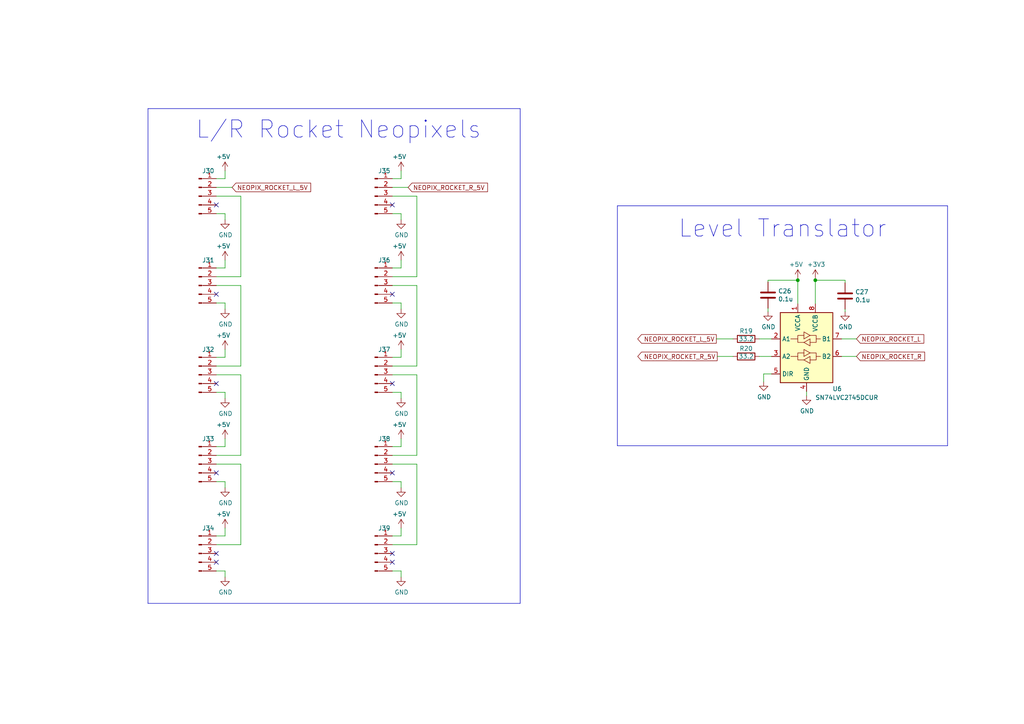
<source format=kicad_sch>
(kicad_sch (version 20230121) (generator eeschema)
  (paper "A4")
  (lib_symbols
    (symbol "Device:C" (pin_numbers hide) (pin_names (offset 0.254))
      (property "Reference" "C" (at 0.635 2.54 0))
      (property "Value" "C" (at 0.635 -2.54 0))
      (symbol "C_0_1"
        (polyline (pts (xy -2.032 -0.762) (xy 2.032 -0.762)) (stroke (width 0.508)))
        (polyline (pts (xy -2.032 0.762) (xy 2.032 0.762)) (stroke (width 0.508)))
      )
      (symbol "C_1_1"
        (pin passive line (at 0 3.81 270) (length 2.794) (name "~") (number "1"))
        (pin passive line (at 0 -3.81 90) (length 2.794) (name "~") (number "2"))
      )
    )
    (symbol "Device:R" (pin_numbers hide) (pin_names (offset 0))
      (property "Reference" "R" (at 2.032 0 90))
      (property "Value" "R" (at 0 0 90))
      (symbol "R_0_1"
        (rectangle (start -1.016 -2.54) (end 1.016 2.54) (stroke (width 0.254)))
      )
      (symbol "R_1_1"
        (pin passive line (at 0 3.81 270) (length 1.27) (name "~") (number "1"))
        (pin passive line (at 0 -3.81 90) (length 1.27) (name "~") (number "2"))
      )
    )
    (symbol "Logic_LevelTranslator:SN74LVC2T45DCUR"
      (property "Reference" "U" (at -6.35 11.43 0))
      (property "Value" "SN74LVC2T45DCUR" (at 3.81 11.43 0))
      (symbol "SN74LVC2T45DCUR_0_1"
        (rectangle (start -7.62 10.16) (end 7.62 -10.16) (stroke (width 0.254)) (fill (type background)))
        (polyline (pts (xy -2.54 2.54) (xy -2.54 3.556) (xy -0.762 3.556)))
        (polyline (pts (xy 2.794 2.54) (xy 2.794 1.524) (xy 1.016 1.524)))
        (polyline (pts (xy -0.762 1.524) (xy -2.54 1.524) (xy -2.54 2.54) (xy -4.572 2.54)))
        (polyline (pts (xy -0.762 2.54) (xy -0.762 4.572) (xy 1.016 3.556) (xy -0.762 2.54)))
        (polyline (pts (xy 1.016 3.556) (xy 2.794 3.556) (xy 2.794 2.54) (xy 4.064 2.54)))
        (polyline (pts (xy 1.016 2.54) (xy 1.016 0.762) (xy 1.016 0.508) (xy -0.762 1.524) (xy 1.016 2.54)))
      )
      (symbol "SN74LVC2T45DCUR_1_1"
        (polyline (pts (xy -2.54 -2.54) (xy -2.54 -1.524) (xy -0.762 -1.524)))
        (polyline (pts (xy 2.794 -2.54) (xy 2.794 -3.556) (xy 1.016 -3.556)))
        (polyline (pts (xy -0.762 -3.556) (xy -2.54 -3.556) (xy -2.54 -2.54) (xy -4.572 -2.54)))
        (polyline (pts (xy -0.762 -2.54) (xy -0.762 -0.508) (xy 1.016 -1.524) (xy -0.762 -2.54)))
        (polyline (pts (xy 1.016 -1.524) (xy 2.794 -1.524) (xy 2.794 -2.54) (xy 4.064 -2.54)))
        (polyline (pts (xy 1.016 -2.54) (xy 1.016 -4.318) (xy 1.016 -4.572) (xy -0.762 -3.556) (xy 1.016 -2.54)))
        (pin power_in line (at -2.54 12.7 270) (length 2.54) (name "VCCA") (number "1"))
        (pin bidirectional line (at -10.16 2.54 0) (length 2.54) (name "A1") (number "2"))
        (pin bidirectional line (at -10.16 -2.54 0) (length 2.54) (name "A2") (number "3"))
        (pin power_in line (at 0 -12.7 90) (length 2.54) (name "GND") (number "4"))
        (pin input line (at -10.16 -7.62 0) (length 2.54) (name "DIR") (number "5"))
        (pin bidirectional line (at 10.16 -2.54 180) (length 2.54) (name "B2") (number "6"))
        (pin bidirectional line (at 10.16 2.54 180) (length 2.54) (name "B1") (number "7"))
        (pin power_in line (at 2.54 12.7 270) (length 2.54) (name "VCCB") (number "8"))
      )
    )
    (symbol "SpaceCenter_MainBoard_KiCAD-rescue:+3.3V-power" (power) (pin_names (offset 0))
      (property "Value" "+3.3V-power" (at 0 3.556 0))
      (symbol "+3.3V-power_0_1"
        (polyline (pts (xy -0.762 1.27) (xy 0 2.54)))
        (polyline (pts (xy 0 0) (xy 0 2.54)))
        (polyline (pts (xy 0 2.54) (xy 0.762 1.27)))
      )
      (symbol "+3.3V-power_1_1"
        (pin power_in line (at 0 0 90) (length 0) hide (name "+3V3") (number "1"))
      )
    )
    (symbol "SpaceCenter_MainBoard_KiCAD-rescue:Conn_01x05_Male-Connector" (pin_names (offset 1.016) hide)
      (property "Reference" "J" (at 0 7.62 0))
      (property "Value" "Connector_Conn_01x05_Male" (at 0 -7.62 0))
      (symbol "Conn_01x05_Male-Connector_1_1"
        (polyline (pts (xy 1.27 -5.08) (xy 0.8636 -5.08)) (stroke (width 0.1524)))
        (polyline (pts (xy 1.27 -2.54) (xy 0.8636 -2.54)) (stroke (width 0.1524)))
        (polyline (pts (xy 1.27 0) (xy 0.8636 0)) (stroke (width 0.1524)))
        (polyline (pts (xy 1.27 2.54) (xy 0.8636 2.54)) (stroke (width 0.1524)))
        (polyline (pts (xy 1.27 5.08) (xy 0.8636 5.08)) (stroke (width 0.1524)))
        (rectangle (start 0.8636 -4.953) (end 0 -5.207) (stroke (width 0.1524)) (fill (type outline)))
        (rectangle (start 0.8636 -2.413) (end 0 -2.667) (stroke (width 0.1524)) (fill (type outline)))
        (rectangle (start 0.8636 0.127) (end 0 -0.127) (stroke (width 0.1524)) (fill (type outline)))
        (rectangle (start 0.8636 2.667) (end 0 2.413) (stroke (width 0.1524)) (fill (type outline)))
        (rectangle (start 0.8636 5.207) (end 0 4.953) (stroke (width 0.1524)) (fill (type outline)))
        (pin passive line (at 5.08 5.08 180) (length 3.81) (name "Pin_1") (number "1"))
        (pin passive line (at 5.08 2.54 180) (length 3.81) (name "Pin_2") (number "2"))
        (pin passive line (at 5.08 0 180) (length 3.81) (name "Pin_3") (number "3"))
        (pin passive line (at 5.08 -2.54 180) (length 3.81) (name "Pin_4") (number "4"))
        (pin passive line (at 5.08 -5.08 180) (length 3.81) (name "Pin_5") (number "5"))
      )
    )
    (symbol "power:+5V" (power) (pin_names (offset 0))
      (property "Value" "+5V" (at 0 3.556 0))
      (symbol "+5V_0_1"
        (polyline (pts (xy -0.762 1.27) (xy 0 2.54)))
        (polyline (pts (xy 0 0) (xy 0 2.54)))
        (polyline (pts (xy 0 2.54) (xy 0.762 1.27)))
      )
      (symbol "+5V_1_1"
        (pin power_in line (at 0 0 90) (length 0) hide (name "+5V") (number "1"))
      )
    )
    (symbol "power:GND" (power) (pin_names (offset 0))
      (property "Value" "GND" (at 0 -3.81 0))
      (symbol "GND_0_1"
        (polyline (pts (xy 0 0) (xy 0 -1.27) (xy 1.27 -1.27) (xy 0 -2.54) (xy -1.27 -1.27) (xy 0 -1.27)))
      )
      (symbol "GND_1_1"
        (pin power_in line (at 0 0 270) (length 0) hide (name "GND") (number "1"))
      )
    )
  )
  (junction (at 236.474 81.28))
  (junction (at 231.394 81.28))
  (no_connect (at 113.792 137.16))
  (no_connect (at 62.738 59.436))
  (no_connect (at 62.738 163.068))
  (no_connect (at 113.792 163.068))
  (no_connect (at 62.738 111.252))
  (no_connect (at 113.792 111.252))
  (no_connect (at 62.738 160.528))
  (no_connect (at 62.738 85.344))
  (no_connect (at 113.792 85.344))
  (no_connect (at 113.792 59.436))
  (no_connect (at 62.738 137.16))
  (no_connect (at 113.792 160.528))
  (wire (pts (xy 62.738 106.172) (xy 69.85 106.172)))
  (wire (pts (xy 65.278 165.608) (xy 65.278 167.386)))
  (wire (pts (xy 120.904 134.62) (xy 120.904 157.988)))
  (wire (pts (xy 236.474 80.772) (xy 236.474 81.28)))
  (wire (pts (xy 62.738 132.08) (xy 69.85 132.08)))
  (wire (pts (xy 245.11 81.28) (xy 236.474 81.28)))
  (polyline (pts (xy 150.876 175.006) (xy 150.876 31.496)))
  (wire (pts (xy 120.904 82.804) (xy 120.904 106.172)))
  (wire (pts (xy 118.364 54.356) (xy 113.792 54.356)))
  (wire (pts (xy 116.332 155.448) (xy 113.792 155.448)))
  (wire (pts (xy 233.934 113.538) (xy 233.934 114.808)))
  (wire (pts (xy 65.278 75.438) (xy 65.278 77.724)))
  (wire (pts (xy 116.332 113.792) (xy 116.332 115.57)))
  (wire (pts (xy 116.332 103.632) (xy 113.792 103.632)))
  (wire (pts (xy 62.738 113.792) (xy 65.278 113.792)))
  (wire (pts (xy 113.792 157.988) (xy 120.904 157.988)))
  (polyline (pts (xy 150.876 31.496) (xy 42.926 31.496)))
  (wire (pts (xy 120.904 56.896) (xy 120.904 80.264)))
  (wire (pts (xy 244.094 98.298) (xy 248.412 98.298)))
  (wire (pts (xy 113.792 56.896) (xy 120.904 56.896)))
  (wire (pts (xy 223.774 98.298) (xy 220.218 98.298)))
  (wire (pts (xy 69.85 134.62) (xy 69.85 157.988)))
  (wire (pts (xy 65.278 51.816) (xy 62.738 51.816)))
  (wire (pts (xy 116.332 51.816) (xy 113.792 51.816)))
  (wire (pts (xy 116.332 139.7) (xy 116.332 141.478)))
  (polyline (pts (xy 179.07 59.69) (xy 179.07 129.286)))
  (wire (pts (xy 113.792 108.712) (xy 120.904 108.712)))
  (wire (pts (xy 65.278 113.792) (xy 65.278 115.57)))
  (wire (pts (xy 69.85 108.712) (xy 69.85 132.08)))
  (polyline (pts (xy 42.926 175.006) (xy 150.876 175.006)))
  (wire (pts (xy 116.332 87.884) (xy 116.332 89.662)))
  (wire (pts (xy 65.278 153.162) (xy 65.278 155.448)))
  (wire (pts (xy 62.738 82.804) (xy 69.85 82.804)))
  (wire (pts (xy 116.332 129.54) (xy 113.792 129.54)))
  (wire (pts (xy 222.758 81.28) (xy 231.394 81.28)))
  (wire (pts (xy 113.792 134.62) (xy 120.904 134.62)))
  (wire (pts (xy 62.738 108.712) (xy 69.85 108.712)))
  (wire (pts (xy 65.278 139.7) (xy 65.278 141.478)))
  (wire (pts (xy 231.394 88.138) (xy 231.394 81.28)))
  (wire (pts (xy 65.278 129.54) (xy 62.738 129.54)))
  (polyline (pts (xy 274.828 59.69) (xy 179.07 59.69)))
  (wire (pts (xy 113.792 80.264) (xy 120.904 80.264)))
  (wire (pts (xy 113.792 139.7) (xy 116.332 139.7)))
  (wire (pts (xy 65.278 87.884) (xy 65.278 89.662)))
  (polyline (pts (xy 42.926 31.496) (xy 42.926 175.006)))
  (wire (pts (xy 116.332 49.53) (xy 116.332 51.816)))
  (polyline (pts (xy 274.828 129.286) (xy 274.828 59.69)))
  (wire (pts (xy 62.738 61.976) (xy 65.278 61.976)))
  (wire (pts (xy 65.278 103.632) (xy 62.738 103.632)))
  (wire (pts (xy 116.332 101.346) (xy 116.332 103.632)))
  (wire (pts (xy 222.758 81.788) (xy 222.758 81.28)))
  (wire (pts (xy 116.332 165.608) (xy 116.332 167.386)))
  (wire (pts (xy 65.278 155.448) (xy 62.738 155.448)))
  (wire (pts (xy 113.792 87.884) (xy 116.332 87.884)))
  (wire (pts (xy 116.332 77.724) (xy 113.792 77.724)))
  (wire (pts (xy 116.332 127.254) (xy 116.332 129.54)))
  (wire (pts (xy 69.85 82.804) (xy 69.85 106.172)))
  (wire (pts (xy 62.738 80.264) (xy 69.85 80.264)))
  (wire (pts (xy 65.278 49.53) (xy 65.278 51.816)))
  (wire (pts (xy 116.332 153.162) (xy 116.332 155.448)))
  (wire (pts (xy 116.332 75.438) (xy 116.332 77.724)))
  (wire (pts (xy 221.488 108.458) (xy 223.774 108.458)))
  (wire (pts (xy 113.792 61.976) (xy 116.332 61.976)))
  (wire (pts (xy 116.332 61.976) (xy 116.332 63.754)))
  (wire (pts (xy 207.772 98.298) (xy 212.598 98.298)))
  (wire (pts (xy 62.738 56.896) (xy 69.85 56.896)))
  (wire (pts (xy 113.792 165.608) (xy 116.332 165.608)))
  (wire (pts (xy 223.774 103.378) (xy 220.218 103.378)))
  (wire (pts (xy 113.792 82.804) (xy 120.904 82.804)))
  (polyline (pts (xy 179.07 129.286) (xy 274.828 129.286)))
  (wire (pts (xy 62.738 134.62) (xy 69.85 134.62)))
  (wire (pts (xy 245.11 89.662) (xy 245.11 90.424)))
  (wire (pts (xy 65.278 61.976) (xy 65.278 63.754)))
  (wire (pts (xy 113.792 113.792) (xy 116.332 113.792)))
  (wire (pts (xy 120.904 108.712) (xy 120.904 132.08)))
  (wire (pts (xy 236.474 88.138) (xy 236.474 81.28)))
  (wire (pts (xy 231.394 80.772) (xy 231.394 81.28)))
  (wire (pts (xy 62.738 157.988) (xy 69.85 157.988)))
  (wire (pts (xy 245.11 82.042) (xy 245.11 81.28)))
  (wire (pts (xy 222.758 89.408) (xy 222.758 90.424)))
  (wire (pts (xy 67.31 54.356) (xy 62.738 54.356)))
  (wire (pts (xy 62.738 87.884) (xy 65.278 87.884)))
  (wire (pts (xy 113.792 132.08) (xy 120.904 132.08)))
  (wire (pts (xy 113.792 106.172) (xy 120.904 106.172)))
  (wire (pts (xy 65.278 101.346) (xy 65.278 103.632)))
  (wire (pts (xy 208.026 103.378) (xy 212.598 103.378)))
  (wire (pts (xy 62.738 165.608) (xy 65.278 165.608)))
  (wire (pts (xy 221.488 110.744) (xy 221.488 108.458)))
  (wire (pts (xy 65.278 127.254) (xy 65.278 129.54)))
  (wire (pts (xy 65.278 77.724) (xy 62.738 77.724)))
  (wire (pts (xy 62.738 139.7) (xy 65.278 139.7)))
  (wire (pts (xy 69.85 56.896) (xy 69.85 80.264)))
  (wire (pts (xy 244.094 103.378) (xy 248.412 103.378)))
  (text "Level Translator" (at 196.596 69.342 0) (effects (font (size 5.0038 5.0038)) (justify left bottom)))
  (text "L/R Rocket Neopixels" (at 56.642 40.64 0) (effects (font (size 5.0038 5.0038)) (justify left bottom)))
  (global_label "NEOPIX_ROCKET_R" (shape input) (at 248.412 103.378 0) (property "Intersheetrefs" "${INTERSHEET_REFS}" (effects hide)))
  (global_label "NEOPIX_ROCKET_L_5V" (shape input) (at 67.31 54.356 0) (property "Intersheetrefs" "${INTERSHEET_REFS}" (effects hide)))
  (global_label "NEOPIX_ROCKET_L_5V" (shape output) (at 207.772 98.298 180) (property "Intersheetrefs" "${INTERSHEET_REFS}" (effects hide)))
  (global_label "NEOPIX_ROCKET_R_5V" (shape output) (at 208.026 103.378 180) (property "Intersheetrefs" "${INTERSHEET_REFS}" (effects hide)))
  (global_label "NEOPIX_ROCKET_R_5V" (shape input) (at 118.364 54.356 0) (property "Intersheetrefs" "${INTERSHEET_REFS}" (effects hide)))
  (global_label "NEOPIX_ROCKET_L" (shape input) (at 248.412 98.298 0) (property "Intersheetrefs" "${INTERSHEET_REFS}" (effects hide)))
  (symbol (lib_id "Logic_LevelTranslator:SN74LVC2T45DCUR") (at 233.934 100.838 0) (unit 1)
    (property "Reference" "U6" (at 242.824 112.776 0))
    (property "Value" "SN74LVC2T45DCUR" (at 245.618 115.316 0))
    (property "Footprint" "Package_SO:VSSOP-8_2.4x2.1mm_P0.5mm" (effects hide))
    (property "Datasheet" "http://www.ti.com/lit/ds/symlink/sn74lvc2t45.pdf" (effects hide))
  )
  (symbol (lib_id "Device:R") (at 216.408 98.298 270) (unit 1)
    (property "Reference" "R19" (at 216.408 96.012 90))
    (property "Value" "33.2" (at 216.408 98.298 90))
    (property "Footprint" "Resistor_SMD:R_0603_1608Metric_Pad1.05x0.95mm_HandSolder" (effects hide))
  )
  (symbol (lib_id "Device:R") (at 216.408 103.378 270) (unit 1)
    (property "Reference" "R20" (at 216.408 101.092 90))
    (property "Value" "33.2" (at 216.408 103.378 90))
    (property "Footprint" "Resistor_SMD:R_0603_1608Metric_Pad1.05x0.95mm_HandSolder" (effects hide))
  )
  (symbol (lib_id "power:+5V") (at 231.394 80.772 0) (unit 1)
    (property "Reference" "#PWR0131" (effects hide))
    (property "Value" "+5V" (at 230.886 76.708 0))
  )
  (symbol (lib_id "SpaceCenter_MainBoard_KiCAD-rescue:+3.3V-power") (at 236.474 80.772 0) (unit 1)
    (property "Reference" "#PWR0133" (effects hide))
    (property "Value" "+3.3V" (at 236.728 76.708 0))
  )
  (symbol (lib_id "Device:C") (at 245.11 85.852 0) (unit 1)
    (property "Reference" "C27" (at 248.031 84.6836 0) (effects (justify left)))
    (property "Value" "0.1u" (at 248.031 86.995 0) (effects (justify left)))
    (property "Footprint" "Capacitor_SMD:C_0603_1608Metric_Pad1.05x0.95mm_HandSolder" (effects hide))
  )
  (symbol (lib_id "Device:C") (at 222.758 85.598 0) (unit 1)
    (property "Reference" "C26" (at 225.679 84.4296 0) (effects (justify left)))
    (property "Value" "0.1u" (at 225.679 86.741 0) (effects (justify left)))
    (property "Footprint" "Capacitor_SMD:C_0603_1608Metric_Pad1.05x0.95mm_HandSolder" (effects hide))
  )
  (symbol (lib_id "power:GND") (at 222.758 90.424 0) (unit 1)
    (property "Reference" "#PWR0130" (effects hide))
    (property "Value" "GND" (at 222.885 94.8182 0))
  )
  (symbol (lib_id "power:GND") (at 245.11 90.424 0) (unit 1)
    (property "Reference" "#PWR0134" (effects hide))
    (property "Value" "GND" (at 245.237 94.8182 0))
  )
  (symbol (lib_id "power:GND") (at 233.934 114.808 0) (unit 1)
    (property "Reference" "#PWR0132" (effects hide))
    (property "Value" "GND" (at 234.061 119.2022 0))
  )
  (symbol (lib_id "power:GND") (at 221.488 110.744 0) (unit 1)
    (property "Reference" "#PWR0129" (effects hide))
    (property "Value" "GND" (at 221.615 115.1382 0))
  )
  (symbol (lib_id "power:+5V") (at 65.278 49.53 0) (unit 1)
    (property "Reference" "#PWR0109" (effects hide))
    (property "Value" "+5V" (at 64.77 45.466 0))
  )
  (symbol (lib_id "power:GND") (at 65.278 63.754 0) (unit 1)
    (property "Reference" "#PWR0110" (effects hide))
    (property "Value" "GND" (at 65.405 68.1482 0))
  )
  (symbol (lib_id "SpaceCenter_MainBoard_KiCAD-rescue:Conn_01x05_Male-Connector") (at 57.658 56.896 0) (unit 1)
    (property "Reference" "J30" (at 60.4012 49.5554 0))
    (property "Value" "Conn_01x05_Male" (effects hide))
    (property "Footprint" "Connector_JST:JST_SH_BM05B-SRSS-TB_1x05-1MP_P1.00mm_Vertical" (effects hide))
  )
  (symbol (lib_id "power:+5V") (at 65.278 75.438 0) (unit 1)
    (property "Reference" "#PWR0111" (effects hide))
    (property "Value" "+5V" (at 64.77 71.374 0))
  )
  (symbol (lib_id "power:GND") (at 65.278 89.662 0) (unit 1)
    (property "Reference" "#PWR0112" (effects hide))
    (property "Value" "GND" (at 65.405 94.0562 0))
  )
  (symbol (lib_id "SpaceCenter_MainBoard_KiCAD-rescue:Conn_01x05_Male-Connector") (at 57.658 82.804 0) (unit 1)
    (property "Reference" "J31" (at 60.4012 75.4634 0))
    (property "Value" "Conn_01x05_Male" (effects hide))
    (property "Footprint" "Connector_JST:JST_SH_BM05B-SRSS-TB_1x05-1MP_P1.00mm_Vertical" (effects hide))
  )
  (symbol (lib_id "power:+5V") (at 65.278 101.346 0) (unit 1)
    (property "Reference" "#PWR0113" (effects hide))
    (property "Value" "+5V" (at 64.77 97.282 0))
  )
  (symbol (lib_id "power:GND") (at 65.278 115.57 0) (unit 1)
    (property "Reference" "#PWR0114" (effects hide))
    (property "Value" "GND" (at 65.405 119.9642 0))
  )
  (symbol (lib_id "SpaceCenter_MainBoard_KiCAD-rescue:Conn_01x05_Male-Connector") (at 57.658 108.712 0) (unit 1)
    (property "Reference" "J32" (at 60.4012 101.3714 0))
    (property "Value" "Conn_01x05_Male" (effects hide))
    (property "Footprint" "Connector_JST:JST_SH_BM05B-SRSS-TB_1x05-1MP_P1.00mm_Vertical" (effects hide))
  )
  (symbol (lib_id "power:+5V") (at 65.278 127.254 0) (unit 1)
    (property "Reference" "#PWR0115" (effects hide))
    (property "Value" "+5V" (at 64.77 123.19 0))
  )
  (symbol (lib_id "power:GND") (at 65.278 141.478 0) (unit 1)
    (property "Reference" "#PWR0116" (effects hide))
    (property "Value" "GND" (at 65.405 145.8722 0))
  )
  (symbol (lib_id "SpaceCenter_MainBoard_KiCAD-rescue:Conn_01x05_Male-Connector") (at 57.658 134.62 0) (unit 1)
    (property "Reference" "J33" (at 60.4012 127.2794 0))
    (property "Value" "Conn_01x05_Male" (effects hide))
    (property "Footprint" "Connector_JST:JST_SH_BM05B-SRSS-TB_1x05-1MP_P1.00mm_Vertical" (effects hide))
  )
  (symbol (lib_id "power:+5V") (at 65.278 153.162 0) (unit 1)
    (property "Reference" "#PWR0117" (effects hide))
    (property "Value" "+5V" (at 64.77 149.098 0))
  )
  (symbol (lib_id "power:GND") (at 65.278 167.386 0) (unit 1)
    (property "Reference" "#PWR0118" (effects hide))
    (property "Value" "GND" (at 65.405 171.7802 0))
  )
  (symbol (lib_id "SpaceCenter_MainBoard_KiCAD-rescue:Conn_01x05_Male-Connector") (at 57.658 160.528 0) (unit 1)
    (property "Reference" "J34" (at 60.4012 153.1874 0))
    (property "Value" "Conn_01x05_Male" (effects hide))
    (property "Footprint" "Connector_JST:JST_SH_BM05B-SRSS-TB_1x05-1MP_P1.00mm_Vertical" (effects hide))
  )
  (symbol (lib_id "power:+5V") (at 116.332 49.53 0) (unit 1)
    (property "Reference" "#PWR0119" (effects hide))
    (property "Value" "+5V" (at 115.824 45.466 0))
  )
  (symbol (lib_id "power:GND") (at 116.332 63.754 0) (unit 1)
    (property "Reference" "#PWR0120" (effects hide))
    (property "Value" "GND" (at 116.459 68.1482 0))
  )
  (symbol (lib_id "SpaceCenter_MainBoard_KiCAD-rescue:Conn_01x05_Male-Connector") (at 108.712 56.896 0) (unit 1)
    (property "Reference" "J35" (at 111.4552 49.5554 0))
    (property "Value" "Conn_01x05_Male" (effects hide))
    (property "Footprint" "Connector_JST:JST_SH_BM05B-SRSS-TB_1x05-1MP_P1.00mm_Vertical" (effects hide))
  )
  (symbol (lib_id "power:+5V") (at 116.332 75.438 0) (unit 1)
    (property "Reference" "#PWR0121" (effects hide))
    (property "Value" "+5V" (at 115.824 71.374 0))
  )
  (symbol (lib_id "power:GND") (at 116.332 89.662 0) (unit 1)
    (property "Reference" "#PWR0122" (effects hide))
    (property "Value" "GND" (at 116.459 94.0562 0))
  )
  (symbol (lib_id "SpaceCenter_MainBoard_KiCAD-rescue:Conn_01x05_Male-Connector") (at 108.712 82.804 0) (unit 1)
    (property "Reference" "J36" (at 111.4552 75.4634 0))
    (property "Value" "Conn_01x05_Male" (effects hide))
    (property "Footprint" "Connector_JST:JST_SH_BM05B-SRSS-TB_1x05-1MP_P1.00mm_Vertical" (effects hide))
  )
  (symbol (lib_id "power:+5V") (at 116.332 101.346 0) (unit 1)
    (property "Reference" "#PWR0123" (effects hide))
    (property "Value" "+5V" (at 115.824 97.282 0))
  )
  (symbol (lib_id "power:GND") (at 116.332 115.57 0) (unit 1)
    (property "Reference" "#PWR0124" (effects hide))
    (property "Value" "GND" (at 116.459 119.9642 0))
  )
  (symbol (lib_id "SpaceCenter_MainBoard_KiCAD-rescue:Conn_01x05_Male-Connector") (at 108.712 108.712 0) (unit 1)
    (property "Reference" "J37" (at 111.4552 101.3714 0))
    (property "Value" "Conn_01x05_Male" (effects hide))
    (property "Footprint" "Connector_JST:JST_SH_BM05B-SRSS-TB_1x05-1MP_P1.00mm_Vertical" (effects hide))
  )
  (symbol (lib_id "power:+5V") (at 116.332 127.254 0) (unit 1)
    (property "Reference" "#PWR0125" (effects hide))
    (property "Value" "+5V" (at 115.824 123.19 0))
  )
  (symbol (lib_id "power:GND") (at 116.332 141.478 0) (unit 1)
    (property "Reference" "#PWR0126" (effects hide))
    (property "Value" "GND" (at 116.459 145.8722 0))
  )
  (symbol (lib_id "SpaceCenter_MainBoard_KiCAD-rescue:Conn_01x05_Male-Connector") (at 108.712 134.62 0) (unit 1)
    (property "Reference" "J38" (at 111.4552 127.2794 0))
    (property "Value" "Conn_01x05_Male" (effects hide))
    (property "Footprint" "Connector_JST:JST_SH_BM05B-SRSS-TB_1x05-1MP_P1.00mm_Vertical" (effects hide))
  )
  (symbol (lib_id "power:+5V") (at 116.332 153.162 0) (unit 1)
    (property "Reference" "#PWR0127" (effects hide))
    (property "Value" "+5V" (at 115.824 149.098 0))
  )
  (symbol (lib_id "power:GND") (at 116.332 167.386 0) (unit 1)
    (property "Reference" "#PWR0128" (effects hide))
    (property "Value" "GND" (at 116.459 171.7802 0))
  )
  (symbol (lib_id "SpaceCenter_MainBoard_KiCAD-rescue:Conn_01x05_Male-Connector") (at 108.712 160.528 0) (unit 1)
    (property "Reference" "J39" (at 111.4552 153.1874 0))
    (property "Value" "Conn_01x05_Male" (effects hide))
    (property "Footprint" "Connector_JST:JST_SH_BM05B-SRSS-TB_1x05-1MP_P1.00mm_Vertical" (effects hide))
  )
)
</source>
